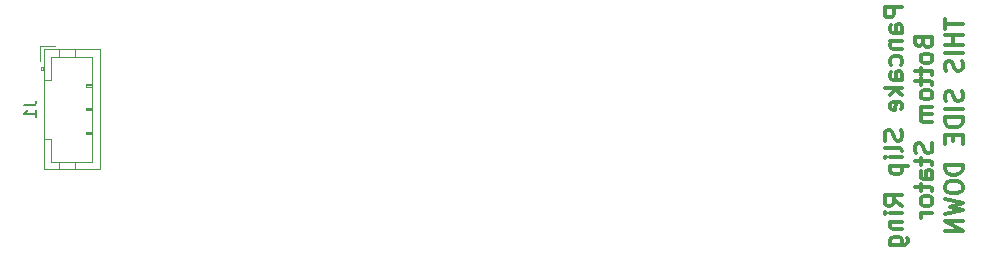
<source format=gbr>
G04 #@! TF.GenerationSoftware,KiCad,Pcbnew,(5.0.2)-1*
G04 #@! TF.CreationDate,2019-06-21T17:07:53-07:00*
G04 #@! TF.ProjectId,slip_ring,736c6970-5f72-4696-9e67-2e6b69636164,rev?*
G04 #@! TF.SameCoordinates,Original*
G04 #@! TF.FileFunction,Legend,Bot*
G04 #@! TF.FilePolarity,Positive*
%FSLAX46Y46*%
G04 Gerber Fmt 4.6, Leading zero omitted, Abs format (unit mm)*
G04 Created by KiCad (PCBNEW (5.0.2)-1) date 6/21/2019 5:07:53 PM*
%MOMM*%
%LPD*%
G01*
G04 APERTURE LIST*
%ADD10C,0.300000*%
%ADD11C,0.120000*%
%ADD12C,0.150000*%
G04 APERTURE END LIST*
D10*
X29878571Y-34378571D02*
X28378571Y-34378571D01*
X28378571Y-34950000D01*
X28450000Y-35092857D01*
X28521428Y-35164285D01*
X28664285Y-35235714D01*
X28878571Y-35235714D01*
X29021428Y-35164285D01*
X29092857Y-35092857D01*
X29164285Y-34950000D01*
X29164285Y-34378571D01*
X29878571Y-36521428D02*
X29092857Y-36521428D01*
X28950000Y-36450000D01*
X28878571Y-36307142D01*
X28878571Y-36021428D01*
X28950000Y-35878571D01*
X29807142Y-36521428D02*
X29878571Y-36378571D01*
X29878571Y-36021428D01*
X29807142Y-35878571D01*
X29664285Y-35807142D01*
X29521428Y-35807142D01*
X29378571Y-35878571D01*
X29307142Y-36021428D01*
X29307142Y-36378571D01*
X29235714Y-36521428D01*
X28878571Y-37235714D02*
X29878571Y-37235714D01*
X29021428Y-37235714D02*
X28950000Y-37307142D01*
X28878571Y-37450000D01*
X28878571Y-37664285D01*
X28950000Y-37807142D01*
X29092857Y-37878571D01*
X29878571Y-37878571D01*
X29807142Y-39235714D02*
X29878571Y-39092857D01*
X29878571Y-38807142D01*
X29807142Y-38664285D01*
X29735714Y-38592857D01*
X29592857Y-38521428D01*
X29164285Y-38521428D01*
X29021428Y-38592857D01*
X28950000Y-38664285D01*
X28878571Y-38807142D01*
X28878571Y-39092857D01*
X28950000Y-39235714D01*
X29878571Y-40521428D02*
X29092857Y-40521428D01*
X28950000Y-40450000D01*
X28878571Y-40307142D01*
X28878571Y-40021428D01*
X28950000Y-39878571D01*
X29807142Y-40521428D02*
X29878571Y-40378571D01*
X29878571Y-40021428D01*
X29807142Y-39878571D01*
X29664285Y-39807142D01*
X29521428Y-39807142D01*
X29378571Y-39878571D01*
X29307142Y-40021428D01*
X29307142Y-40378571D01*
X29235714Y-40521428D01*
X29878571Y-41235714D02*
X28378571Y-41235714D01*
X29307142Y-41378571D02*
X29878571Y-41807142D01*
X28878571Y-41807142D02*
X29450000Y-41235714D01*
X29807142Y-43021428D02*
X29878571Y-42878571D01*
X29878571Y-42592857D01*
X29807142Y-42450000D01*
X29664285Y-42378571D01*
X29092857Y-42378571D01*
X28950000Y-42450000D01*
X28878571Y-42592857D01*
X28878571Y-42878571D01*
X28950000Y-43021428D01*
X29092857Y-43092857D01*
X29235714Y-43092857D01*
X29378571Y-42378571D01*
X29807142Y-44807142D02*
X29878571Y-45021428D01*
X29878571Y-45378571D01*
X29807142Y-45521428D01*
X29735714Y-45592857D01*
X29592857Y-45664285D01*
X29450000Y-45664285D01*
X29307142Y-45592857D01*
X29235714Y-45521428D01*
X29164285Y-45378571D01*
X29092857Y-45092857D01*
X29021428Y-44950000D01*
X28950000Y-44878571D01*
X28807142Y-44807142D01*
X28664285Y-44807142D01*
X28521428Y-44878571D01*
X28450000Y-44950000D01*
X28378571Y-45092857D01*
X28378571Y-45450000D01*
X28450000Y-45664285D01*
X29878571Y-46521428D02*
X29807142Y-46378571D01*
X29664285Y-46307142D01*
X28378571Y-46307142D01*
X29878571Y-47092857D02*
X28878571Y-47092857D01*
X28378571Y-47092857D02*
X28450000Y-47021428D01*
X28521428Y-47092857D01*
X28450000Y-47164285D01*
X28378571Y-47092857D01*
X28521428Y-47092857D01*
X28878571Y-47807142D02*
X30378571Y-47807142D01*
X28950000Y-47807142D02*
X28878571Y-47950000D01*
X28878571Y-48235714D01*
X28950000Y-48378571D01*
X29021428Y-48450000D01*
X29164285Y-48521428D01*
X29592857Y-48521428D01*
X29735714Y-48450000D01*
X29807142Y-48378571D01*
X29878571Y-48235714D01*
X29878571Y-47950000D01*
X29807142Y-47807142D01*
X29878571Y-51164285D02*
X29164285Y-50664285D01*
X29878571Y-50307142D02*
X28378571Y-50307142D01*
X28378571Y-50878571D01*
X28450000Y-51021428D01*
X28521428Y-51092857D01*
X28664285Y-51164285D01*
X28878571Y-51164285D01*
X29021428Y-51092857D01*
X29092857Y-51021428D01*
X29164285Y-50878571D01*
X29164285Y-50307142D01*
X29878571Y-51807142D02*
X28878571Y-51807142D01*
X28378571Y-51807142D02*
X28450000Y-51735714D01*
X28521428Y-51807142D01*
X28450000Y-51878571D01*
X28378571Y-51807142D01*
X28521428Y-51807142D01*
X28878571Y-52521428D02*
X29878571Y-52521428D01*
X29021428Y-52521428D02*
X28950000Y-52592857D01*
X28878571Y-52735714D01*
X28878571Y-52950000D01*
X28950000Y-53092857D01*
X29092857Y-53164285D01*
X29878571Y-53164285D01*
X28878571Y-54521428D02*
X30092857Y-54521428D01*
X30235714Y-54450000D01*
X30307142Y-54378571D01*
X30378571Y-54235714D01*
X30378571Y-54021428D01*
X30307142Y-53878571D01*
X29807142Y-54521428D02*
X29878571Y-54378571D01*
X29878571Y-54092857D01*
X29807142Y-53950000D01*
X29735714Y-53878571D01*
X29592857Y-53807142D01*
X29164285Y-53807142D01*
X29021428Y-53878571D01*
X28950000Y-53950000D01*
X28878571Y-54092857D01*
X28878571Y-54378571D01*
X28950000Y-54521428D01*
X31642857Y-37378571D02*
X31714285Y-37592857D01*
X31785714Y-37664285D01*
X31928571Y-37735714D01*
X32142857Y-37735714D01*
X32285714Y-37664285D01*
X32357142Y-37592857D01*
X32428571Y-37450000D01*
X32428571Y-36878571D01*
X30928571Y-36878571D01*
X30928571Y-37378571D01*
X31000000Y-37521428D01*
X31071428Y-37592857D01*
X31214285Y-37664285D01*
X31357142Y-37664285D01*
X31500000Y-37592857D01*
X31571428Y-37521428D01*
X31642857Y-37378571D01*
X31642857Y-36878571D01*
X32428571Y-38592857D02*
X32357142Y-38450000D01*
X32285714Y-38378571D01*
X32142857Y-38307142D01*
X31714285Y-38307142D01*
X31571428Y-38378571D01*
X31500000Y-38450000D01*
X31428571Y-38592857D01*
X31428571Y-38807142D01*
X31500000Y-38950000D01*
X31571428Y-39021428D01*
X31714285Y-39092857D01*
X32142857Y-39092857D01*
X32285714Y-39021428D01*
X32357142Y-38950000D01*
X32428571Y-38807142D01*
X32428571Y-38592857D01*
X31428571Y-39521428D02*
X31428571Y-40092857D01*
X30928571Y-39735714D02*
X32214285Y-39735714D01*
X32357142Y-39807142D01*
X32428571Y-39950000D01*
X32428571Y-40092857D01*
X31428571Y-40378571D02*
X31428571Y-40950000D01*
X30928571Y-40592857D02*
X32214285Y-40592857D01*
X32357142Y-40664285D01*
X32428571Y-40807142D01*
X32428571Y-40950000D01*
X32428571Y-41664285D02*
X32357142Y-41521428D01*
X32285714Y-41450000D01*
X32142857Y-41378571D01*
X31714285Y-41378571D01*
X31571428Y-41450000D01*
X31500000Y-41521428D01*
X31428571Y-41664285D01*
X31428571Y-41878571D01*
X31500000Y-42021428D01*
X31571428Y-42092857D01*
X31714285Y-42164285D01*
X32142857Y-42164285D01*
X32285714Y-42092857D01*
X32357142Y-42021428D01*
X32428571Y-41878571D01*
X32428571Y-41664285D01*
X32428571Y-42807142D02*
X31428571Y-42807142D01*
X31571428Y-42807142D02*
X31500000Y-42878571D01*
X31428571Y-43021428D01*
X31428571Y-43235714D01*
X31500000Y-43378571D01*
X31642857Y-43450000D01*
X32428571Y-43450000D01*
X31642857Y-43450000D02*
X31500000Y-43521428D01*
X31428571Y-43664285D01*
X31428571Y-43878571D01*
X31500000Y-44021428D01*
X31642857Y-44092857D01*
X32428571Y-44092857D01*
X32357142Y-45878571D02*
X32428571Y-46092857D01*
X32428571Y-46450000D01*
X32357142Y-46592857D01*
X32285714Y-46664285D01*
X32142857Y-46735714D01*
X32000000Y-46735714D01*
X31857142Y-46664285D01*
X31785714Y-46592857D01*
X31714285Y-46450000D01*
X31642857Y-46164285D01*
X31571428Y-46021428D01*
X31500000Y-45950000D01*
X31357142Y-45878571D01*
X31214285Y-45878571D01*
X31071428Y-45950000D01*
X31000000Y-46021428D01*
X30928571Y-46164285D01*
X30928571Y-46521428D01*
X31000000Y-46735714D01*
X31428571Y-47164285D02*
X31428571Y-47735714D01*
X30928571Y-47378571D02*
X32214285Y-47378571D01*
X32357142Y-47450000D01*
X32428571Y-47592857D01*
X32428571Y-47735714D01*
X32428571Y-48878571D02*
X31642857Y-48878571D01*
X31500000Y-48807142D01*
X31428571Y-48664285D01*
X31428571Y-48378571D01*
X31500000Y-48235714D01*
X32357142Y-48878571D02*
X32428571Y-48735714D01*
X32428571Y-48378571D01*
X32357142Y-48235714D01*
X32214285Y-48164285D01*
X32071428Y-48164285D01*
X31928571Y-48235714D01*
X31857142Y-48378571D01*
X31857142Y-48735714D01*
X31785714Y-48878571D01*
X31428571Y-49378571D02*
X31428571Y-49950000D01*
X30928571Y-49592857D02*
X32214285Y-49592857D01*
X32357142Y-49664285D01*
X32428571Y-49807142D01*
X32428571Y-49950000D01*
X32428571Y-50664285D02*
X32357142Y-50521428D01*
X32285714Y-50450000D01*
X32142857Y-50378571D01*
X31714285Y-50378571D01*
X31571428Y-50450000D01*
X31500000Y-50521428D01*
X31428571Y-50664285D01*
X31428571Y-50878571D01*
X31500000Y-51021428D01*
X31571428Y-51092857D01*
X31714285Y-51164285D01*
X32142857Y-51164285D01*
X32285714Y-51092857D01*
X32357142Y-51021428D01*
X32428571Y-50878571D01*
X32428571Y-50664285D01*
X32428571Y-51807142D02*
X31428571Y-51807142D01*
X31714285Y-51807142D02*
X31571428Y-51878571D01*
X31500000Y-51950000D01*
X31428571Y-52092857D01*
X31428571Y-52235714D01*
X33478571Y-35342857D02*
X33478571Y-36200000D01*
X34978571Y-35771428D02*
X33478571Y-35771428D01*
X34978571Y-36700000D02*
X33478571Y-36700000D01*
X34192857Y-36700000D02*
X34192857Y-37557142D01*
X34978571Y-37557142D02*
X33478571Y-37557142D01*
X34978571Y-38271428D02*
X33478571Y-38271428D01*
X34907142Y-38914285D02*
X34978571Y-39128571D01*
X34978571Y-39485714D01*
X34907142Y-39628571D01*
X34835714Y-39700000D01*
X34692857Y-39771428D01*
X34550000Y-39771428D01*
X34407142Y-39700000D01*
X34335714Y-39628571D01*
X34264285Y-39485714D01*
X34192857Y-39200000D01*
X34121428Y-39057142D01*
X34050000Y-38985714D01*
X33907142Y-38914285D01*
X33764285Y-38914285D01*
X33621428Y-38985714D01*
X33550000Y-39057142D01*
X33478571Y-39200000D01*
X33478571Y-39557142D01*
X33550000Y-39771428D01*
X34907142Y-41485714D02*
X34978571Y-41700000D01*
X34978571Y-42057142D01*
X34907142Y-42200000D01*
X34835714Y-42271428D01*
X34692857Y-42342857D01*
X34550000Y-42342857D01*
X34407142Y-42271428D01*
X34335714Y-42200000D01*
X34264285Y-42057142D01*
X34192857Y-41771428D01*
X34121428Y-41628571D01*
X34050000Y-41557142D01*
X33907142Y-41485714D01*
X33764285Y-41485714D01*
X33621428Y-41557142D01*
X33550000Y-41628571D01*
X33478571Y-41771428D01*
X33478571Y-42128571D01*
X33550000Y-42342857D01*
X34978571Y-42985714D02*
X33478571Y-42985714D01*
X34978571Y-43700000D02*
X33478571Y-43700000D01*
X33478571Y-44057142D01*
X33550000Y-44271428D01*
X33692857Y-44414285D01*
X33835714Y-44485714D01*
X34121428Y-44557142D01*
X34335714Y-44557142D01*
X34621428Y-44485714D01*
X34764285Y-44414285D01*
X34907142Y-44271428D01*
X34978571Y-44057142D01*
X34978571Y-43700000D01*
X34192857Y-45200000D02*
X34192857Y-45700000D01*
X34978571Y-45914285D02*
X34978571Y-45200000D01*
X33478571Y-45200000D01*
X33478571Y-45914285D01*
X34978571Y-47700000D02*
X33478571Y-47700000D01*
X33478571Y-48057142D01*
X33550000Y-48271428D01*
X33692857Y-48414285D01*
X33835714Y-48485714D01*
X34121428Y-48557142D01*
X34335714Y-48557142D01*
X34621428Y-48485714D01*
X34764285Y-48414285D01*
X34907142Y-48271428D01*
X34978571Y-48057142D01*
X34978571Y-47700000D01*
X33478571Y-49485714D02*
X33478571Y-49771428D01*
X33550000Y-49914285D01*
X33692857Y-50057142D01*
X33978571Y-50128571D01*
X34478571Y-50128571D01*
X34764285Y-50057142D01*
X34907142Y-49914285D01*
X34978571Y-49771428D01*
X34978571Y-49485714D01*
X34907142Y-49342857D01*
X34764285Y-49200000D01*
X34478571Y-49128571D01*
X33978571Y-49128571D01*
X33692857Y-49200000D01*
X33550000Y-49342857D01*
X33478571Y-49485714D01*
X33478571Y-50628571D02*
X34978571Y-50985714D01*
X33907142Y-51271428D01*
X34978571Y-51557142D01*
X33478571Y-51914285D01*
X34978571Y-52485714D02*
X33478571Y-52485714D01*
X34978571Y-53342857D01*
X33478571Y-53342857D01*
D11*
G04 #@! TO.C,J1*
X-43110000Y-37640000D02*
X-41860000Y-37640000D01*
X-43110000Y-38890000D02*
X-43110000Y-37640000D01*
X-38700000Y-45000000D02*
X-39200000Y-45000000D01*
X-39200000Y-45100000D02*
X-38700000Y-45100000D01*
X-39200000Y-44900000D02*
X-39200000Y-45100000D01*
X-38700000Y-44900000D02*
X-39200000Y-44900000D01*
X-38700000Y-43000000D02*
X-39200000Y-43000000D01*
X-39200000Y-43100000D02*
X-38700000Y-43100000D01*
X-39200000Y-42900000D02*
X-39200000Y-43100000D01*
X-38700000Y-42900000D02*
X-39200000Y-42900000D01*
X-38700000Y-41000000D02*
X-39200000Y-41000000D01*
X-39200000Y-41100000D02*
X-38700000Y-41100000D01*
X-39200000Y-40900000D02*
X-39200000Y-41100000D01*
X-38700000Y-40900000D02*
X-39200000Y-40900000D01*
X-40200000Y-48060000D02*
X-40200000Y-47450000D01*
X-41500000Y-48060000D02*
X-41500000Y-47450000D01*
X-40200000Y-37940000D02*
X-40200000Y-38550000D01*
X-41500000Y-37940000D02*
X-41500000Y-38550000D01*
X-42200000Y-45500000D02*
X-42810000Y-45500000D01*
X-42200000Y-47450000D02*
X-42200000Y-45500000D01*
X-38700000Y-47450000D02*
X-42200000Y-47450000D01*
X-38700000Y-38550000D02*
X-38700000Y-47450000D01*
X-42200000Y-38550000D02*
X-38700000Y-38550000D01*
X-42200000Y-40500000D02*
X-42200000Y-38550000D01*
X-42810000Y-40500000D02*
X-42200000Y-40500000D01*
X-42910000Y-39700000D02*
X-42910000Y-39400000D01*
X-43010000Y-39400000D02*
X-42810000Y-39400000D01*
X-43010000Y-39700000D02*
X-43010000Y-39400000D01*
X-42810000Y-39700000D02*
X-43010000Y-39700000D01*
X-42810000Y-48060000D02*
X-42810000Y-37940000D01*
X-38090000Y-48060000D02*
X-42810000Y-48060000D01*
X-38090000Y-37940000D02*
X-38090000Y-48060000D01*
X-42810000Y-37940000D02*
X-38090000Y-37940000D01*
D12*
X-44447619Y-42666666D02*
X-43733333Y-42666666D01*
X-43590476Y-42619047D01*
X-43495238Y-42523809D01*
X-43447619Y-42380952D01*
X-43447619Y-42285714D01*
X-43447619Y-43666666D02*
X-43447619Y-43095238D01*
X-43447619Y-43380952D02*
X-44447619Y-43380952D01*
X-44304761Y-43285714D01*
X-44209523Y-43190476D01*
X-44161904Y-43095238D01*
G04 #@! TD*
M02*

</source>
